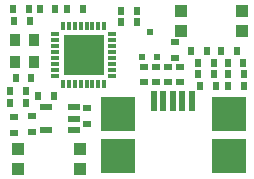
<source format=gbr>
G04 Layer_Color=8421504*
%FSLAX44Y44*%
%MOMM*%
G71*
G01*
G75*
%ADD10R,0.5000X1.7000*%
%ADD11R,3.0000X3.0000*%
%ADD12R,1.0000X1.0000*%
%ADD13R,0.6000X0.8000*%
%ADD14R,0.8000X0.6000*%
%ADD15R,0.5000X0.5000*%
%ADD16R,3.4000X3.4000*%
G04:AMPARAMS|DCode=17|XSize=0.3mm|YSize=0.7mm|CornerRadius=0.075mm|HoleSize=0mm|Usage=FLASHONLY|Rotation=0.000|XOffset=0mm|YOffset=0mm|HoleType=Round|Shape=RoundedRectangle|*
%AMROUNDEDRECTD17*
21,1,0.3000,0.5500,0,0,0.0*
21,1,0.1500,0.7000,0,0,0.0*
1,1,0.1500,0.0750,-0.2750*
1,1,0.1500,-0.0750,-0.2750*
1,1,0.1500,-0.0750,0.2750*
1,1,0.1500,0.0750,0.2750*
%
%ADD17ROUNDEDRECTD17*%
G04:AMPARAMS|DCode=18|XSize=0.3mm|YSize=0.7mm|CornerRadius=0.075mm|HoleSize=0mm|Usage=FLASHONLY|Rotation=270.000|XOffset=0mm|YOffset=0mm|HoleType=Round|Shape=RoundedRectangle|*
%AMROUNDEDRECTD18*
21,1,0.3000,0.5500,0,0,270.0*
21,1,0.1500,0.7000,0,0,270.0*
1,1,0.1500,-0.2750,-0.0750*
1,1,0.1500,-0.2750,0.0750*
1,1,0.1500,0.2750,0.0750*
1,1,0.1500,0.2750,-0.0750*
%
%ADD18ROUNDEDRECTD18*%
%ADD19R,0.9000X1.0000*%
%ADD20R,1.0000X0.6000*%
D10*
X168000Y59250D02*
D03*
X160000D02*
D03*
X152000D02*
D03*
X144000D02*
D03*
X136000D02*
D03*
D11*
X105500Y47500D02*
D03*
X200000D02*
D03*
Y12000D02*
D03*
X105250D02*
D03*
D12*
X210950Y118500D02*
D03*
Y135500D02*
D03*
X158950Y118500D02*
D03*
Y135500D02*
D03*
X73200Y1500D02*
D03*
Y18500D02*
D03*
X21200Y1500D02*
D03*
Y18500D02*
D03*
D13*
X186804Y91500D02*
D03*
X173342D02*
D03*
X30408Y136650D02*
D03*
X16946D02*
D03*
X76304D02*
D03*
X62842D02*
D03*
X37596Y63000D02*
D03*
X51058D02*
D03*
X17346Y126500D02*
D03*
X30808D02*
D03*
X32304Y78500D02*
D03*
X18842D02*
D03*
X175342Y71500D02*
D03*
X188804D02*
D03*
X52662Y136650D02*
D03*
X39200D02*
D03*
X211962Y71500D02*
D03*
X198500D02*
D03*
X108342Y135000D02*
D03*
X121804D02*
D03*
X108342Y125500D02*
D03*
X121804D02*
D03*
X186804Y81500D02*
D03*
X173342D02*
D03*
X211912Y81500D02*
D03*
X198450D02*
D03*
X211808Y91500D02*
D03*
X198346D02*
D03*
X27558Y67750D02*
D03*
X14096D02*
D03*
X13842Y57250D02*
D03*
X27304D02*
D03*
X167842Y101250D02*
D03*
X181304D02*
D03*
X206308D02*
D03*
X192846D02*
D03*
D14*
X137700Y88108D02*
D03*
Y74646D02*
D03*
X127450Y88104D02*
D03*
Y74642D02*
D03*
X158200Y88104D02*
D03*
Y74642D02*
D03*
X148200Y88108D02*
D03*
Y74646D02*
D03*
X154098Y95529D02*
D03*
Y108991D02*
D03*
X79700Y39146D02*
D03*
Y52608D02*
D03*
X33200Y46104D02*
D03*
Y32642D02*
D03*
X17450Y45354D02*
D03*
Y31892D02*
D03*
D15*
X132450Y117160D02*
D03*
X126100Y96078D02*
D03*
X139054D02*
D03*
D16*
X76450Y98000D02*
D03*
D17*
X58950Y122500D02*
D03*
X63950D02*
D03*
X68950D02*
D03*
X73950D02*
D03*
X78950D02*
D03*
X83950D02*
D03*
X88950D02*
D03*
X93950D02*
D03*
Y73500D02*
D03*
X88950D02*
D03*
X83950D02*
D03*
X78950D02*
D03*
X73950D02*
D03*
X68950D02*
D03*
X63950D02*
D03*
X58950D02*
D03*
D18*
X100950Y115500D02*
D03*
Y110500D02*
D03*
Y105500D02*
D03*
Y100500D02*
D03*
Y95500D02*
D03*
Y90500D02*
D03*
Y85500D02*
D03*
Y80500D02*
D03*
X51950D02*
D03*
Y85500D02*
D03*
Y90500D02*
D03*
Y95500D02*
D03*
Y100500D02*
D03*
Y105500D02*
D03*
Y110500D02*
D03*
Y115500D02*
D03*
D19*
X18700Y91800D02*
D03*
Y110300D02*
D03*
X34200D02*
D03*
Y91800D02*
D03*
D20*
X44700Y34500D02*
D03*
X68700D02*
D03*
Y44000D02*
D03*
Y53500D02*
D03*
X44700D02*
D03*
M02*

</source>
